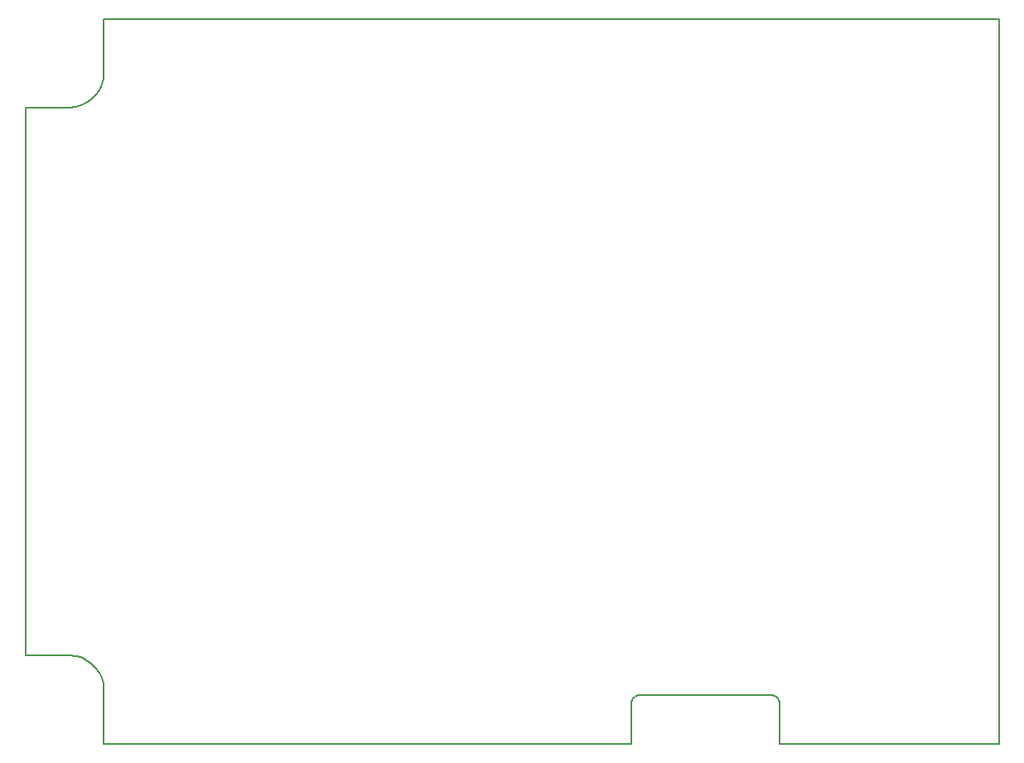
<source format=gko>
G04*
G04 #@! TF.GenerationSoftware,Altium Limited,Altium Designer,19.1.8 (144)*
G04*
G04 Layer_Color=16711935*
%FSLAX25Y25*%
%MOIN*%
G70*
G01*
G75*
%ADD16C,0.00800*%
D16*
X131496Y100000D02*
X343701D01*
X131496D02*
Y121850D01*
X131287Y124243D02*
X131496Y121850D01*
X130665Y126563D02*
X131287Y124243D01*
X129650Y128740D02*
X130665Y126563D01*
X128272Y130708D02*
X129650Y128740D01*
X126574Y132406D02*
X128272Y130708D01*
X124606Y133784D02*
X126574Y132406D01*
X122429Y134799D02*
X124606Y133784D01*
X120109Y135421D02*
X122429Y134799D01*
X117717Y135630D02*
X120109Y135421D01*
X100000Y135630D02*
X117717D01*
X100000D02*
Y356102D01*
X117717D01*
X120109Y356312D01*
X122429Y356933D01*
X124606Y357948D01*
X126574Y359326D01*
X128272Y361024D01*
X129650Y362992D01*
X130665Y365169D01*
X131287Y367489D01*
X131496Y369882D01*
Y391732D01*
X491732D01*
Y100000D02*
Y391732D01*
X403543Y100000D02*
X491732D01*
X403543D02*
Y115748D01*
X403444Y116624D02*
X403543Y115748D01*
X403153Y117456D02*
X403444Y116624D01*
X402684Y118203D02*
X403153Y117456D01*
X402061Y118826D02*
X402684Y118203D01*
X401314Y119295D02*
X402061Y118826D01*
X400482Y119586D02*
X401314Y119295D01*
X399606Y119685D02*
X400482Y119586D01*
X347638Y119685D02*
X399606D01*
X346762Y119586D02*
X347638Y119685D01*
X345930Y119295D02*
X346762Y119586D01*
X345183Y118826D02*
X345930Y119295D01*
X344560Y118203D02*
X345183Y118826D01*
X344091Y117456D02*
X344560Y118203D01*
X343799Y116624D02*
X344091Y117456D01*
X343701Y115748D02*
X343799Y116624D01*
X343701Y100000D02*
Y115748D01*
M02*

</source>
